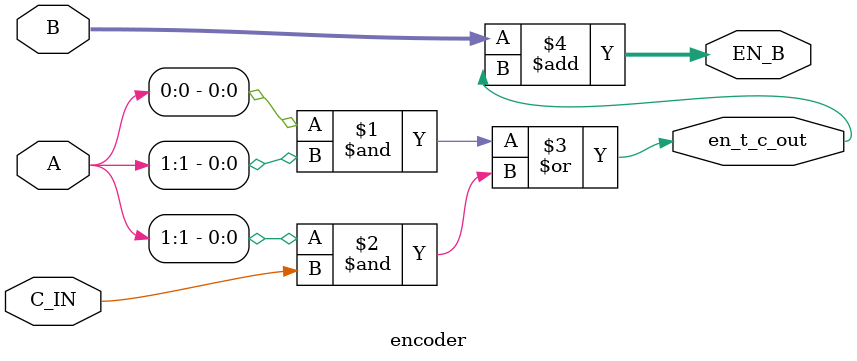
<source format=v>
module encoder_multi_bit #(
        localparam  WIDTH = 8,
        localparam  ENCODER_WIDTH = WIDTH + (WIDTH+1)%2,
        localparam  TIMES = (WIDTH-1)/2 + (WIDTH-1)%2
)(
        input                   clk,
        input                   rst_n,
        input  [WIDTH-1:0]      multiplicand,
        input                   multiplicand_valid,              
        output reg  [WIDTH:0]   en_multiplicand,      // native EN-T encoding is sent to tensorcore local memory or local rf.
        output                  en_multiplicand_valid
    );

wire [WIDTH-1:0]         encoder_input;
wire [ENCODER_WIDTH-1:0] en_multiplicand_ins;
wire [TIMES-1:0]         en_t_c_out;
reg  [WIDTH-1:0]         multiplicand_reg;

assign encoder_input = (multiplicand_reg != 8'b10000000) ? {1'b0,multiplicand_reg[WIDTH-2:0]} : 8'b10000000;
assign en_multiplicand_ins[ENCODER_WIDTH-1] = multiplicand_reg[WIDTH-1];

genvar i;
generate for(i = 0; i < TIMES; i = i + 1)  begin: gen_encoder  
    if(i==0) begin
        assign en_multiplicand_ins[1:0] = multiplicand_reg[1:0];
    end
    else if (i==1)begin
        encoder ins_encoder
         (.A(encoder_input[2*i-1:2*i-2]),
          .C_IN(1'b0), 
          .B(encoder_input[2*i+1:2*i]), 
          .en_t_c_out(en_t_c_out[i]), 
          .EN_B(en_multiplicand_ins[2*i+1:2*i]));
    end
    else begin
        encoder ins_encoder
            (.A(encoder_input[2*i-1:2*i-2]),
             .C_IN(en_t_c_out[i-1]), 
             .B(encoder_input[2*i+1:2*i]), 
             .en_t_c_out(en_t_c_out[i]), 
             .EN_B(en_multiplicand_ins[2*i+1:2*i]));
    end                
end                                                                     
endgenerate  


always @(posedge clk or negedge rst_n) begin
	if (!rst_n) begin
         en_multiplicand    <= 0;
         multiplicand_reg   <= 0;
    end
	else begin
         en_multiplicand  <= en_multiplicand_ins;  
         //multiplicand belongs to [-128,127] range and operand with complement representation use this logic:
         multiplicand_reg <= (multiplicand[WIDTH-1] & (multiplicand[WIDTH-2:0] != 0)) ? ({1'b1,~multiplicand[WIDTH-2:0] + 1'b1}) : multiplicand;   
         //multiplicand belongs to [-127,127] range and operand with sign-magnitude representation use this logic:
         //multiplicand_reg <= multiplicand;   
    end
end

get_pipeline_mulwidth #(
    .N(2),       
    .WIDTH(1)    
) pipeline_en_multiplicand_valid (
    .clk(clk), 
    .rst_n(rst_n),                
    .signal(multiplicand_valid),     
    .pipeline_signal(en_multiplicand_valid) 
);

endmodule


module encoder(A, C_IN, B, en_t_c_out, EN_B);

input wire [1:0] A;
input wire C_IN;
input wire [1:0] B;

output wire en_t_c_out;
output wire [1:0] EN_B;

assign en_t_c_out = (A[0] & A[1]) | (A[1] & C_IN); 
assign EN_B  = B + en_t_c_out;

endmodule
</source>
